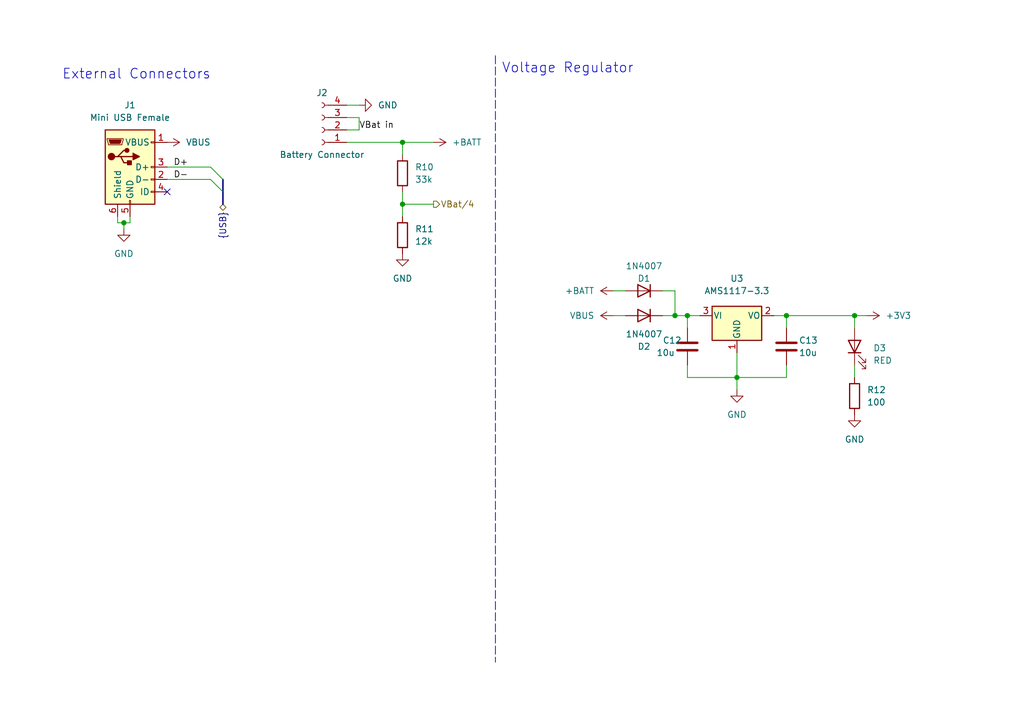
<source format=kicad_sch>
(kicad_sch (version 20211123) (generator eeschema)
  (paper "A5")
  (title_block (title "Phoenix PSU") (comment 1 "2022/10/19 WH"))
  (lib_symbols
    (symbol "Connector:Conn_01x04_Female" (pin_names (offset 1.016) hide)
      (property "Reference" "J" (at 0 5.08 0))
      (property "Value" "Conn_01x04_Female" (at 0 -7.62 0))
      (symbol "Conn_01x04_Female_1_1"
        (arc (start 0 -4.572) (mid -0.508 -5.08) (end 0 -5.588) (stroke (width 0.1524)))
        (arc (start 0 -2.032) (mid -0.508 -2.54) (end 0 -3.048) (stroke (width 0.1524)))
        (polyline (pts (xy -1.27 -5.08) (xy -0.508 -5.08)) (stroke (width 0.1524)))
        (polyline (pts (xy -1.27 -2.54) (xy -0.508 -2.54)) (stroke (width 0.1524)))
        (polyline (pts (xy -1.27 0) (xy -0.508 0)) (stroke (width 0.1524)))
        (polyline (pts (xy -1.27 2.54) (xy -0.508 2.54)) (stroke (width 0.1524)))
        (arc (start 0 0.508) (mid -0.508 0) (end 0 -0.508) (stroke (width 0.1524)))
        (arc (start 0 3.048) (mid -0.508 2.54) (end 0 2.032) (stroke (width 0.1524)))
        (pin passive line (at -5.08 2.54 0) (length 3.81) (name "Pin_1") (number "1"))
        (pin passive line (at -5.08 0 0) (length 3.81) (name "Pin_2") (number "2"))
        (pin passive line (at -5.08 -2.54 0) (length 3.81) (name "Pin_3") (number "3"))
        (pin passive line (at -5.08 -5.08 0) (length 3.81) (name "Pin_4") (number "4"))
      )
    )
    (symbol "Connector:USB_OTG" (pin_names (offset 1.016))
      (property "Reference" "J" (at -5.08 11.43 0))
      (property "Value" "USB_OTG" (at -5.08 8.89 0))
      (symbol "USB_OTG_0_1"
        (rectangle (start -5.08 -7.62) (end 5.08 7.62) (stroke (width 0.254)) (fill (type background)))
        (circle (center -3.81 2.159) (radius 0.635) (stroke (width 0.254)) (fill (type outline)))
        (circle (center -0.635 3.429) (radius 0.381) (stroke (width 0.254)) (fill (type outline)))
        (rectangle (start -0.127 -7.62) (end 0.127 -6.858))
        (polyline (pts (xy -1.905 2.159) (xy 0.635 2.159)) (stroke (width 0.254)))
        (polyline (pts (xy -3.175 2.159) (xy -2.54 2.159) (xy -1.27 3.429) (xy -0.635 3.429)) (stroke (width 0.254)))
        (polyline (pts (xy -2.54 2.159) (xy -1.905 2.159) (xy -1.27 0.889) (xy 0 0.889)) (stroke (width 0.254)))
        (polyline (pts (xy 0.635 2.794) (xy 0.635 1.524) (xy 1.905 2.159) (xy 0.635 2.794)) (stroke (width 0.254)) (fill (type outline)))
        (polyline (pts (xy -4.318 5.588) (xy -1.778 5.588) (xy -2.032 4.826) (xy -4.064 4.826) (xy -4.318 5.588)) (fill (type outline)))
        (polyline (pts (xy -4.699 5.842) (xy -4.699 5.588) (xy -4.445 4.826) (xy -4.445 4.572) (xy -1.651 4.572) (xy -1.651 4.826) (xy -1.397 5.588) (xy -1.397 5.842) (xy -4.699 5.842)))
        (rectangle (start 0.254 1.27) (end -0.508 0.508) (stroke (width 0.254)) (fill (type outline)))
        (rectangle (start 5.08 -5.207) (end 4.318 -4.953))
        (rectangle (start 5.08 -2.667) (end 4.318 -2.413))
        (rectangle (start 5.08 -0.127) (end 4.318 0.127))
        (rectangle (start 5.08 4.953) (end 4.318 5.207))
      )
      (symbol "USB_OTG_1_1"
        (pin passive line (at 7.62 5.08 180) (length 2.54) (name "VBUS") (number "1"))
        (pin bidirectional line (at 7.62 -2.54 180) (length 2.54) (name "D-") (number "2"))
        (pin bidirectional line (at 7.62 0 180) (length 2.54) (name "D+") (number "3"))
        (pin passive line (at 7.62 -5.08 180) (length 2.54) (name "ID") (number "4"))
        (pin passive line (at 0 -10.16 90) (length 2.54) (name "GND") (number "5"))
        (pin passive line (at -2.54 -10.16 90) (length 2.54) (name "Shield") (number "6"))
      )
    )
    (symbol "Device:C" (pin_numbers hide) (pin_names (offset 0.254))
      (property "Reference" "C" (at 0.635 2.54 0))
      (property "Value" "C" (at 0.635 -2.54 0))
      (symbol "C_0_1"
        (polyline (pts (xy -2.032 -0.762) (xy 2.032 -0.762)) (stroke (width 0.508)))
        (polyline (pts (xy -2.032 0.762) (xy 2.032 0.762)) (stroke (width 0.508)))
      )
      (symbol "C_1_1"
        (pin passive line (at 0 3.81 270) (length 2.794) (name "~") (number "1"))
        (pin passive line (at 0 -3.81 90) (length 2.794) (name "~") (number "2"))
      )
    )
    (symbol "Device:LED" (pin_numbers hide) (pin_names (offset 1.016) hide)
      (property "Reference" "D" (at 0 2.54 0))
      (property "Value" "LED" (at 0 -2.54 0))
      (symbol "LED_0_1"
        (polyline (pts (xy -1.27 -1.27) (xy -1.27 1.27)) (stroke (width 0.254)))
        (polyline (pts (xy -1.27 0) (xy 1.27 0)))
        (polyline (pts (xy 1.27 -1.27) (xy 1.27 1.27) (xy -1.27 0) (xy 1.27 -1.27)) (stroke (width 0.254)))
        (polyline (pts (xy -3.048 -0.762) (xy -4.572 -2.286) (xy -3.81 -2.286) (xy -4.572 -2.286) (xy -4.572 -1.524)))
        (polyline (pts (xy -1.778 -0.762) (xy -3.302 -2.286) (xy -2.54 -2.286) (xy -3.302 -2.286) (xy -3.302 -1.524)))
      )
      (symbol "LED_1_1"
        (pin passive line (at -3.81 0 0) (length 2.54) (name "K") (number "1"))
        (pin passive line (at 3.81 0 180) (length 2.54) (name "A") (number "2"))
      )
    )
    (symbol "Device:R" (pin_numbers hide) (pin_names (offset 0))
      (property "Reference" "R" (at 2.032 0 90))
      (property "Value" "R" (at 0 0 90))
      (symbol "R_0_1"
        (rectangle (start -1.016 -2.54) (end 1.016 2.54) (stroke (width 0.254)))
      )
      (symbol "R_1_1"
        (pin passive line (at 0 3.81 270) (length 1.27) (name "~") (number "1"))
        (pin passive line (at 0 -3.81 90) (length 1.27) (name "~") (number "2"))
      )
    )
    (symbol "Diode:1N914" (pin_numbers hide) (pin_names (offset 1.016) hide)
      (property "Reference" "D" (at 0 2.54 0))
      (property "Value" "1N914" (at 0 -2.54 0))
      (symbol "1N914_0_1"
        (polyline (pts (xy -1.27 1.27) (xy -1.27 -1.27)) (stroke (width 0.254)))
        (polyline (pts (xy 1.27 0) (xy -1.27 0)))
        (polyline (pts (xy 1.27 1.27) (xy 1.27 -1.27) (xy -1.27 0) (xy 1.27 1.27)) (stroke (width 0.254)))
      )
      (symbol "1N914_1_1"
        (pin passive line (at -3.81 0 0) (length 2.54) (name "K") (number "1"))
        (pin passive line (at 3.81 0 180) (length 2.54) (name "A") (number "2"))
      )
    )
    (symbol "Regulator_Linear:NCP1117-3.3_SOT223" (pin_names (offset 0.254))
      (property "Reference" "U" (at -3.81 3.175 0))
      (property "Value" "NCP1117-3.3_SOT223" (at 0 3.175 0))
      (symbol "NCP1117-3.3_SOT223_0_1"
        (rectangle (start -5.08 -5.08) (end 5.08 1.905) (stroke (width 0.254)) (fill (type background)))
      )
      (symbol "NCP1117-3.3_SOT223_1_1"
        (pin power_in line (at 0 -7.62 90) (length 2.54) (name "GND") (number "1"))
        (pin power_out line (at 7.62 0 180) (length 2.54) (name "VO") (number "2"))
        (pin power_in line (at -7.62 0 0) (length 2.54) (name "VI") (number "3"))
      )
    )
    (symbol "power:+3.3V" (power) (pin_names (offset 0))
      (property "Value" "+3.3V" (at 0 3.556 0))
      (symbol "+3.3V_0_1"
        (polyline (pts (xy -0.762 1.27) (xy 0 2.54)))
        (polyline (pts (xy 0 0) (xy 0 2.54)))
        (polyline (pts (xy 0 2.54) (xy 0.762 1.27)))
      )
      (symbol "+3.3V_1_1"
        (pin power_in line (at 0 0 90) (length 0) hide (name "+3V3") (number "1"))
      )
    )
    (symbol "power:+BATT" (power) (pin_names (offset 0))
      (property "Value" "+BATT" (at 0 3.556 0))
      (symbol "+BATT_0_1"
        (polyline (pts (xy -0.762 1.27) (xy 0 2.54)))
        (polyline (pts (xy 0 0) (xy 0 2.54)))
        (polyline (pts (xy 0 2.54) (xy 0.762 1.27)))
      )
      (symbol "+BATT_1_1"
        (pin power_in line (at 0 0 90) (length 0) hide (name "+BATT") (number "1"))
      )
    )
    (symbol "power:GND" (power) (pin_names (offset 0))
      (property "Value" "GND" (at 0 -3.81 0))
      (symbol "GND_0_1"
        (polyline (pts (xy 0 0) (xy 0 -1.27) (xy 1.27 -1.27) (xy 0 -2.54) (xy -1.27 -1.27) (xy 0 -1.27)))
      )
      (symbol "GND_1_1"
        (pin power_in line (at 0 0 270) (length 0) hide (name "GND") (number "1"))
      )
    )
    (symbol "power:VBUS" (power) (pin_names (offset 0))
      (property "Value" "VBUS" (at 0 3.81 0))
      (symbol "VBUS_0_1"
        (polyline (pts (xy -0.762 1.27) (xy 0 2.54)))
        (polyline (pts (xy 0 0) (xy 0 2.54)))
        (polyline (pts (xy 0 2.54) (xy 0.762 1.27)))
      )
      (symbol "VBUS_1_1"
        (pin power_in line (at 0 0 90) (length 0) hide (name "VBUS") (number "1"))
      )
    )
  )
  (junction (at 140.97 64.77))
  (junction (at 25.4 45.72))
  (junction (at 175.26 64.77))
  (junction (at 161.29 64.77))
  (junction (at 82.55 29.21))
  (junction (at 82.55 41.91))
  (junction (at 138.43 64.77))
  (junction (at 151.13 77.47))
  (no_connect (at 34.29 39.37))
  (bus_entry (at 43.18 34.29) (size 2.54 2.54))
  (bus_entry (at 43.18 36.83) (size 2.54 2.54))
  (wire (pts (xy 82.55 29.21) (xy 82.55 31.75)))
  (wire (pts (xy 34.29 34.29) (xy 43.18 34.29)))
  (wire (pts (xy 140.97 77.47) (xy 140.97 74.93)))
  (wire (pts (xy 138.43 64.77) (xy 140.97 64.77)))
  (wire (pts (xy 71.12 26.67) (xy 73.66 26.67)))
  (wire (pts (xy 34.29 36.83) (xy 43.18 36.83)))
  (wire (pts (xy 161.29 64.77) (xy 175.26 64.77)))
  (wire (pts (xy 82.55 41.91) (xy 88.9 41.91)))
  (wire (pts (xy 125.73 59.69) (xy 128.27 59.69)))
  (wire (pts (xy 151.13 77.47) (xy 151.13 80.01)))
  (wire (pts (xy 161.29 64.77) (xy 161.29 67.31)))
  (wire (pts (xy 25.4 45.72) (xy 26.67 45.72)))
  (wire (pts (xy 24.13 45.72) (xy 25.4 45.72)))
  (wire (pts (xy 175.26 64.77) (xy 175.26 67.31)))
  (polyline (pts (xy 101.6 11.43) (xy 101.6 135.89)))
  (wire (pts (xy 140.97 67.31) (xy 140.97 64.77)))
  (wire (pts (xy 26.67 44.45) (xy 26.67 45.72)))
  (wire (pts (xy 175.26 77.47) (xy 175.26 74.93)))
  (wire (pts (xy 71.12 24.13) (xy 73.66 24.13)))
  (wire (pts (xy 24.13 44.45) (xy 24.13 45.72)))
  (wire (pts (xy 140.97 77.47) (xy 151.13 77.47)))
  (wire (pts (xy 151.13 77.47) (xy 161.29 77.47)))
  (wire (pts (xy 25.4 46.99) (xy 25.4 45.72)))
  (wire (pts (xy 158.75 64.77) (xy 161.29 64.77)))
  (bus (pts (xy 45.72 39.37) (xy 45.72 41.91)))
  (bus (pts (xy 45.72 36.83) (xy 45.72 39.37)))
  (wire (pts (xy 125.73 64.77) (xy 128.27 64.77)))
  (wire (pts (xy 140.97 64.77) (xy 143.51 64.77)))
  (wire (pts (xy 82.55 29.21) (xy 88.9 29.21)))
  (wire (pts (xy 138.43 59.69) (xy 135.89 59.69)))
  (wire (pts (xy 82.55 41.91) (xy 82.55 44.45)))
  (wire (pts (xy 71.12 29.21) (xy 82.55 29.21)))
  (wire (pts (xy 73.66 24.13) (xy 73.66 26.67)))
  (wire (pts (xy 151.13 72.39) (xy 151.13 77.47)))
  (wire (pts (xy 175.26 64.77) (xy 177.8 64.77)))
  (wire (pts (xy 135.89 64.77) (xy 138.43 64.77)))
  (wire (pts (xy 71.12 21.59) (xy 73.66 21.59)))
  (wire (pts (xy 82.55 39.37) (xy 82.55 41.91)))
  (wire (pts (xy 161.29 77.47) (xy 161.29 74.93)))
  (wire (pts (xy 138.43 64.77) (xy 138.43 59.69)))
  (text "External Connectors" (at 12.7 16.51 0) (effects (font (size 2 2)) (justify left bottom)))
  (text "Voltage Regulator" (at 102.87 15.24 0) (effects (font (size 2 2)) (justify left bottom)))
  (label "D-" (at 35.56 36.83 0))
  (label "D+" (at 35.56 34.29 0))
  (label "VBat in" (at 73.66 26.67 0))
  (hierarchical_label "VBat{slash}4" (shape output) (at 88.9 41.91 0))
  (hierarchical_label "{USB}" (shape bidirectional) (at 45.72 41.91 270))
  (symbol (lib_id "power:+3.3V") (at 177.8 64.77 270) (unit 1)
    (property "Reference" "#PWR027" (effects hide))
    (property "Value" "+3.3V" (at 181.61 64.7699 90) (effects (justify left)))
  )
  (symbol (lib_id "Device:LED") (at 175.26 71.12 90) (unit 1)
    (property "Reference" "D3" (at 179.07 71.4374 90) (effects (justify right)))
    (property "Value" "RED" (at 179.07 73.9774 90) (effects (justify right)))
    (property "Footprint" "LED_THT:LED_D3.0mm" (effects hide))
    (property "JLC" "DNF" (effects hide))
    (property "LCSC" "DNF" (effects hide))
  )
  (symbol (lib_id "Device:R") (at 82.55 35.56 0) (unit 1)
    (property "Reference" "R10" (at 85.09 34.2899 0) (effects (justify left)))
    (property "Value" "33k" (at 85.09 36.8299 0) (effects (justify left)))
    (property "Footprint" "Resistor_SMD:R_0603_1608Metric" (effects hide))
  )
  (symbol (lib_id "Device:C") (at 140.97 71.12 0) (mirror y) (unit 1)
    (property "Reference" "C12" (at 135.89 69.85 0) (effects (justify right)))
    (property "Value" "10u" (at 134.62 72.39 0) (effects (justify right)))
    (property "Footprint" "Capacitor_SMD:C_0603_1608Metric" (effects hide))
    (property "JLC" "0603" (effects hide))
    (property "LCSC" "C96446" (effects hide))
  )
  (symbol (lib_id "power:+BATT") (at 88.9 29.21 270) (unit 1)
    (property "Reference" "#PWR022" (effects hide))
    (property "Value" "+BATT" (at 92.71 29.2099 90) (effects (justify left)))
  )
  (symbol (lib_id "Connector:Conn_01x04_Female") (at 66.04 26.67 180) (unit 1)
    (property "Reference" "J2" (at 66.04 19.05 0))
    (property "Value" "Battery Connector" (at 66.04 31.75 0))
    (property "Footprint" "YAR_Connectors:ScrewTerm_2.54x04" (effects hide))
    (property "JLC" "-" (effects hide))
    (property "LCSC" "-" (effects hide))
  )
  (symbol (lib_id "Device:C") (at 161.29 71.12 0) (mirror y) (unit 1)
    (property "Reference" "C13" (at 163.83 69.85 0) (effects (justify right)))
    (property "Value" "10u" (at 163.83 72.39 0) (effects (justify right)))
    (property "Footprint" "Capacitor_SMD:C_0603_1608Metric" (effects hide))
    (property "JLC" "0603" (effects hide))
    (property "LCSC" "C96446" (effects hide))
  )
  (symbol (lib_id "power:GND") (at 175.26 85.09 0) (unit 1)
    (property "Reference" "#PWR026" (effects hide))
    (property "Value" "GND" (at 175.26 90.17 0))
  )
  (symbol (lib_id "power:GND") (at 25.4 46.99 0) (unit 1)
    (property "Reference" "#PWR018" (effects hide))
    (property "Value" "GND" (at 25.4 52.07 0))
  )
  (symbol (lib_id "power:VBUS") (at 34.29 29.21 270) (unit 1)
    (property "Reference" "#PWR019" (effects hide))
    (property "Value" "VBUS" (at 38.1 29.2099 90) (effects (justify left)))
  )
  (symbol (lib_id "Device:R") (at 82.55 48.26 0) (unit 1)
    (property "Reference" "R11" (at 85.09 46.9899 0) (effects (justify left)))
    (property "Value" "12k" (at 85.09 49.5299 0) (effects (justify left)))
    (property "Footprint" "Resistor_SMD:R_0603_1608Metric" (effects hide))
  )
  (symbol (lib_id "Device:R") (at 175.26 81.28 0) (unit 1)
    (property "Reference" "R12" (at 177.8 80.0099 0) (effects (justify left)))
    (property "Value" "100" (at 177.8 82.5499 0) (effects (justify left)))
    (property "Footprint" "Resistor_SMD:R_0603_1608Metric" (effects hide))
    (property "JLC" "0603" (effects hide))
    (property "LCSC" "C22775" (effects hide))
  )
  (symbol (lib_id "Connector:USB_OTG") (at 26.67 34.29 0) (unit 1)
    (property "Reference" "J1" (at 26.67 21.59 0))
    (property "Value" "Mini USB Female" (at 26.67 24.13 0))
    (property "Footprint" "Connector_USB:USB_Mini-B_Lumberg_2486_01_Horizontal" (effects hide))
    (property "Datasheet" " ~" (effects hide))
    (property "JLC" "SMD" (effects hide))
    (property "LCSC" "C2681563" (effects hide))
  )
  (symbol (lib_id "power:GND") (at 82.55 52.07 0) (unit 1)
    (property "Reference" "#PWR021" (effects hide))
    (property "Value" "GND" (at 82.55 57.15 0))
  )
  (symbol (lib_id "Diode:1N914") (at 132.08 64.77 0) (mirror y) (unit 1)
    (property "Reference" "D2" (at 132.08 71.12 0))
    (property "Value" "1N4007" (at 132.08 68.58 0))
    (property "Footprint" "Diode_SMD:D_SOD-123" (effects hide))
    (property "Datasheet" "http://www.vishay.com/docs/85622/1n914.pdf" (effects hide))
    (property "LCSC" "C727081" (effects hide))
    (property "JLC" "SOD-123FL" (effects hide))
  )
  (symbol (lib_id "Diode:1N914") (at 132.08 59.69 0) (mirror y) (unit 1)
    (property "Reference" "D1" (at 132.08 57.15 0))
    (property "Value" "1N4007" (at 132.08 54.61 0))
    (property "Footprint" "Diode_SMD:D_SOD-123" (effects hide))
    (property "Datasheet" "http://www.vishay.com/docs/85622/1n914.pdf" (effects hide))
    (property "LCSC" "C727081" (effects hide))
    (property "JLC" "SOD-123FL" (effects hide))
  )
  (symbol (lib_id "power:VBUS") (at 125.73 64.77 90) (mirror x) (unit 1)
    (property "Reference" "#PWR024" (effects hide))
    (property "Value" "VBUS" (at 121.92 64.7701 90) (effects (justify left)))
  )
  (symbol (lib_id "power:GND") (at 151.13 80.01 0) (unit 1)
    (property "Reference" "#PWR025" (effects hide))
    (property "Value" "GND" (at 151.13 85.09 0))
  )
  (symbol (lib_id "power:GND") (at 73.66 21.59 90) (unit 1)
    (property "Reference" "#PWR020" (effects hide))
    (property "Value" "GND" (at 77.47 21.5899 90) (effects (justify right)))
  )
  (symbol (lib_id "power:+BATT") (at 125.73 59.69 90) (mirror x) (unit 1)
    (property "Reference" "#PWR023" (effects hide))
    (property "Value" "+BATT" (at 121.92 59.6901 90) (effects (justify left)))
  )
  (symbol (lib_id "Regulator_Linear:NCP1117-3.3_SOT223") (at 151.13 64.77 0) (unit 1)
    (property "Reference" "U3" (at 151.13 57.15 0))
    (property "Value" "AMS1117-3.3" (at 151.13 59.69 0))
    (property "Footprint" "Package_TO_SOT_SMD:SOT-223-3_TabPin2" (effects hide))
    (property "Datasheet" "http://www.onsemi.com/pub_link/Collateral/NCP1117-D.PDF" (effects hide))
    (property "LCSC" "C6186" (effects hide))
    (property "JLC" "SOT-223" (effects hide))
  )
)
</source>
